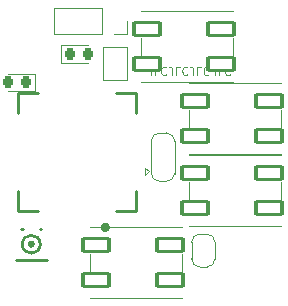
<source format=gbr>
%TF.GenerationSoftware,KiCad,Pcbnew,9.0.5*%
%TF.CreationDate,2025-12-03T22:00:20-08:00*%
%TF.ProjectId,camcontrol,63616d63-6f6e-4747-926f-6c2e6b696361,rev?*%
%TF.SameCoordinates,Original*%
%TF.FileFunction,Legend,Bot*%
%TF.FilePolarity,Positive*%
%FSLAX46Y46*%
G04 Gerber Fmt 4.6, Leading zero omitted, Abs format (unit mm)*
G04 Created by KiCad (PCBNEW 9.0.5) date 2025-12-03 22:00:20*
%MOMM*%
%LPD*%
G01*
G04 APERTURE LIST*
G04 Aperture macros list*
%AMRoundRect*
0 Rectangle with rounded corners*
0 $1 Rounding radius*
0 $2 $3 $4 $5 $6 $7 $8 $9 X,Y pos of 4 corners*
0 Add a 4 corners polygon primitive as box body*
4,1,4,$2,$3,$4,$5,$6,$7,$8,$9,$2,$3,0*
0 Add four circle primitives for the rounded corners*
1,1,$1+$1,$2,$3*
1,1,$1+$1,$4,$5*
1,1,$1+$1,$6,$7*
1,1,$1+$1,$8,$9*
0 Add four rect primitives between the rounded corners*
20,1,$1+$1,$2,$3,$4,$5,0*
20,1,$1+$1,$4,$5,$6,$7,0*
20,1,$1+$1,$6,$7,$8,$9,0*
20,1,$1+$1,$8,$9,$2,$3,0*%
%AMFreePoly0*
4,1,23,0.500000,-0.750000,0.000000,-0.750000,0.000000,-0.745722,-0.065263,-0.745722,-0.191342,-0.711940,-0.304381,-0.646677,-0.396677,-0.554381,-0.461940,-0.441342,-0.495722,-0.315263,-0.495722,-0.250000,-0.500000,-0.250000,-0.500000,0.250000,-0.495722,0.250000,-0.495722,0.315263,-0.461940,0.441342,-0.396677,0.554381,-0.304381,0.646677,-0.191342,0.711940,-0.065263,0.745722,0.000000,0.745722,
0.000000,0.750000,0.500000,0.750000,0.500000,-0.750000,0.500000,-0.750000,$1*%
%AMFreePoly1*
4,1,23,0.000000,0.745722,0.065263,0.745722,0.191342,0.711940,0.304381,0.646677,0.396677,0.554381,0.461940,0.441342,0.495722,0.315263,0.495722,0.250000,0.500000,0.250000,0.500000,-0.250000,0.495722,-0.250000,0.495722,-0.315263,0.461940,-0.441342,0.396677,-0.554381,0.304381,-0.646677,0.191342,-0.711940,0.065263,-0.745722,0.000000,-0.745722,0.000000,-0.750000,-0.500000,-0.750000,
-0.500000,0.750000,0.000000,0.750000,0.000000,0.745722,0.000000,0.745722,$1*%
%AMFreePoly2*
4,1,23,0.000000,0.745722,0.065263,0.745722,0.191342,0.711940,0.304381,0.646677,0.396677,0.554381,0.461940,0.441342,0.495722,0.315263,0.495722,0.250000,0.500000,0.250000,0.500000,-0.250000,0.495722,-0.250000,0.495722,-0.315263,0.461940,-0.441342,0.396677,-0.554381,0.304381,-0.646677,0.191342,-0.711940,0.065263,-0.745722,0.000000,-0.745722,0.000000,-0.750000,-0.550000,-0.750000,
-0.550000,0.750000,0.000000,0.750000,0.000000,0.745722,0.000000,0.745722,$1*%
%AMFreePoly3*
4,1,23,0.550000,-0.750000,0.000000,-0.750000,0.000000,-0.745722,-0.065263,-0.745722,-0.191342,-0.711940,-0.304381,-0.646677,-0.396677,-0.554381,-0.461940,-0.441342,-0.495722,-0.315263,-0.495722,-0.250000,-0.500000,-0.250000,-0.500000,0.250000,-0.495722,0.250000,-0.495722,0.315263,-0.461940,0.441342,-0.396677,0.554381,-0.304381,0.646677,-0.191342,0.711940,-0.065263,0.745722,0.000000,0.745722,
0.000000,0.750000,0.550000,0.750000,0.550000,-0.750000,0.550000,-0.750000,$1*%
G04 Aperture macros list end*
%ADD10C,0.100000*%
%ADD11C,0.120000*%
%ADD12C,0.400000*%
%ADD13C,0.250000*%
%ADD14R,1.350000X1.350000*%
%ADD15C,1.350000*%
%ADD16RoundRect,0.140000X1.110000X0.560000X-1.110000X0.560000X-1.110000X-0.560000X1.110000X-0.560000X0*%
%ADD17R,1.500000X0.800000*%
%ADD18R,0.800000X1.500000*%
%ADD19R,1.050000X2.200000*%
%ADD20R,1.000000X1.050000*%
%ADD21O,1.200000X1.900000*%
%ADD22O,1.200000X1.400000*%
%ADD23C,3.800000*%
%ADD24RoundRect,0.218750X-0.218750X-0.256250X0.218750X-0.256250X0.218750X0.256250X-0.218750X0.256250X0*%
%ADD25FreePoly0,270.000000*%
%ADD26FreePoly1,270.000000*%
%ADD27R,1.500000X1.000000*%
%ADD28RoundRect,0.218750X0.218750X0.256250X-0.218750X0.256250X-0.218750X-0.256250X0.218750X-0.256250X0*%
%ADD29FreePoly2,90.000000*%
%ADD30FreePoly3,90.000000*%
G04 APERTURE END LIST*
D10*
X13767455Y-6251866D02*
X13767455Y-5751866D01*
X13767455Y-5751866D02*
X13734122Y-5651866D01*
X13734122Y-5651866D02*
X13667455Y-5585200D01*
X13667455Y-5585200D02*
X13567455Y-5551866D01*
X13567455Y-5551866D02*
X13500789Y-5551866D01*
X14434122Y-5551866D02*
X14100788Y-5551866D01*
X14100788Y-5551866D02*
X14100788Y-6251866D01*
X15067455Y-5618533D02*
X15034122Y-5585200D01*
X15034122Y-5585200D02*
X14934122Y-5551866D01*
X14934122Y-5551866D02*
X14867455Y-5551866D01*
X14867455Y-5551866D02*
X14767455Y-5585200D01*
X14767455Y-5585200D02*
X14700789Y-5651866D01*
X14700789Y-5651866D02*
X14667455Y-5718533D01*
X14667455Y-5718533D02*
X14634122Y-5851866D01*
X14634122Y-5851866D02*
X14634122Y-5951866D01*
X14634122Y-5951866D02*
X14667455Y-6085200D01*
X14667455Y-6085200D02*
X14700789Y-6151866D01*
X14700789Y-6151866D02*
X14767455Y-6218533D01*
X14767455Y-6218533D02*
X14867455Y-6251866D01*
X14867455Y-6251866D02*
X14934122Y-6251866D01*
X14934122Y-6251866D02*
X15034122Y-6218533D01*
X15034122Y-6218533D02*
X15067455Y-6185200D01*
X15567455Y-6251866D02*
X15567455Y-5751866D01*
X15567455Y-5751866D02*
X15534122Y-5651866D01*
X15534122Y-5651866D02*
X15467455Y-5585200D01*
X15467455Y-5585200D02*
X15367455Y-5551866D01*
X15367455Y-5551866D02*
X15300789Y-5551866D01*
X16234122Y-5551866D02*
X15900788Y-5551866D01*
X15900788Y-5551866D02*
X15900788Y-6251866D01*
X16867455Y-5618533D02*
X16834122Y-5585200D01*
X16834122Y-5585200D02*
X16734122Y-5551866D01*
X16734122Y-5551866D02*
X16667455Y-5551866D01*
X16667455Y-5551866D02*
X16567455Y-5585200D01*
X16567455Y-5585200D02*
X16500789Y-5651866D01*
X16500789Y-5651866D02*
X16467455Y-5718533D01*
X16467455Y-5718533D02*
X16434122Y-5851866D01*
X16434122Y-5851866D02*
X16434122Y-5951866D01*
X16434122Y-5951866D02*
X16467455Y-6085200D01*
X16467455Y-6085200D02*
X16500789Y-6151866D01*
X16500789Y-6151866D02*
X16567455Y-6218533D01*
X16567455Y-6218533D02*
X16667455Y-6251866D01*
X16667455Y-6251866D02*
X16734122Y-6251866D01*
X16734122Y-6251866D02*
X16834122Y-6218533D01*
X16834122Y-6218533D02*
X16867455Y-6185200D01*
X17367455Y-6251866D02*
X17367455Y-5751866D01*
X17367455Y-5751866D02*
X17334122Y-5651866D01*
X17334122Y-5651866D02*
X17267455Y-5585200D01*
X17267455Y-5585200D02*
X17167455Y-5551866D01*
X17167455Y-5551866D02*
X17100789Y-5551866D01*
X18034122Y-5551866D02*
X17700788Y-5551866D01*
X17700788Y-5551866D02*
X17700788Y-6251866D01*
X18667455Y-5618533D02*
X18634122Y-5585200D01*
X18634122Y-5585200D02*
X18534122Y-5551866D01*
X18534122Y-5551866D02*
X18467455Y-5551866D01*
X18467455Y-5551866D02*
X18367455Y-5585200D01*
X18367455Y-5585200D02*
X18300789Y-5651866D01*
X18300789Y-5651866D02*
X18267455Y-5718533D01*
X18267455Y-5718533D02*
X18234122Y-5851866D01*
X18234122Y-5851866D02*
X18234122Y-5951866D01*
X18234122Y-5951866D02*
X18267455Y-6085200D01*
X18267455Y-6085200D02*
X18300789Y-6151866D01*
X18300789Y-6151866D02*
X18367455Y-6218533D01*
X18367455Y-6218533D02*
X18467455Y-6251866D01*
X18467455Y-6251866D02*
X18534122Y-6251866D01*
X18534122Y-6251866D02*
X18634122Y-6218533D01*
X18634122Y-6218533D02*
X18667455Y-6185200D01*
X19167455Y-6251866D02*
X19167455Y-5751866D01*
X19167455Y-5751866D02*
X19134122Y-5651866D01*
X19134122Y-5651866D02*
X19067455Y-5585200D01*
X19067455Y-5585200D02*
X18967455Y-5551866D01*
X18967455Y-5551866D02*
X18900789Y-5551866D01*
X19834122Y-5551866D02*
X19500788Y-5551866D01*
X19500788Y-5551866D02*
X19500788Y-6251866D01*
X20467455Y-5618533D02*
X20434122Y-5585200D01*
X20434122Y-5585200D02*
X20334122Y-5551866D01*
X20334122Y-5551866D02*
X20267455Y-5551866D01*
X20267455Y-5551866D02*
X20167455Y-5585200D01*
X20167455Y-5585200D02*
X20100789Y-5651866D01*
X20100789Y-5651866D02*
X20067455Y-5718533D01*
X20067455Y-5718533D02*
X20034122Y-5851866D01*
X20034122Y-5851866D02*
X20034122Y-5951866D01*
X20034122Y-5951866D02*
X20067455Y-6085200D01*
X20067455Y-6085200D02*
X20100789Y-6151866D01*
X20100789Y-6151866D02*
X20167455Y-6218533D01*
X20167455Y-6218533D02*
X20267455Y-6251866D01*
X20267455Y-6251866D02*
X20334122Y-6251866D01*
X20334122Y-6251866D02*
X20434122Y-6218533D01*
X20434122Y-6218533D02*
X20467455Y-6185200D01*
D11*
%TO.C,J8*%
X11756800Y-2772800D02*
X11756800Y-1662800D01*
X10646800Y-2772800D02*
X11756800Y-2772800D01*
X9646800Y-2772800D02*
X5536800Y-2772800D01*
X9646800Y-2772800D02*
X9646800Y-552800D01*
X5536800Y-2772800D02*
X5536800Y-552800D01*
X9646800Y-552800D02*
X5536800Y-552800D01*
D10*
%TO.C,J4*%
X16999800Y-10706800D02*
X16999800Y-9206800D01*
X24749800Y-12956800D02*
X16999800Y-12956800D01*
X24749800Y-9206800D02*
X24749800Y-10706800D01*
X24749800Y-6956800D02*
X16999800Y-6956800D01*
%TO.C,J7*%
X12935800Y-4610800D02*
X12935800Y-3110800D01*
X20685800Y-6860800D02*
X12935800Y-6860800D01*
X20685800Y-3110800D02*
X20685800Y-4610800D01*
X20685800Y-860800D02*
X12935800Y-860800D01*
%TO.C,J3*%
X24749800Y-13052800D02*
X16999800Y-13052800D01*
X24749800Y-15302800D02*
X24749800Y-16802800D01*
X24749800Y-19052800D02*
X16999800Y-19052800D01*
X16999800Y-16802800D02*
X16999800Y-15302800D01*
D12*
%TO.C,U1*%
X10106800Y-19162800D02*
G75*
G02*
X9706800Y-19162800I-200000J0D01*
G01*
X9706800Y-19162800D02*
G75*
G02*
X10106800Y-19162800I200000J0D01*
G01*
D13*
X12496800Y-9512800D02*
X12496800Y-7812800D01*
X10796800Y-7812800D02*
X12496800Y-7812800D01*
X10796800Y-17812800D02*
X12496800Y-17812800D01*
X12496800Y-16112800D02*
X12496800Y-17812800D01*
X4196800Y-7812800D02*
X2496800Y-7812800D01*
X2496800Y-9512800D02*
X2496800Y-7812800D01*
X2496800Y-16112800D02*
X2496800Y-17812800D01*
X4196800Y-17812800D02*
X2496800Y-17812800D01*
%TO.C,AE1*%
X3826800Y-20587800D02*
G75*
G02*
X3466800Y-20587800I-180000J0D01*
G01*
X3466800Y-20587800D02*
G75*
G02*
X3826800Y-20587800I180000J0D01*
G01*
X4406800Y-20587800D02*
G75*
G02*
X2886800Y-20587800I-760000J0D01*
G01*
X2886800Y-20587800D02*
G75*
G02*
X4406800Y-20587800I760000J0D01*
G01*
X4376800Y-19287800D02*
X4506800Y-19287800D01*
X2786800Y-19287800D02*
X2916800Y-19287800D01*
X2346800Y-21887800D02*
X4946800Y-21887800D01*
D11*
%TO.C,D1*%
X6185800Y-5230800D02*
X6185800Y-3760800D01*
X6185800Y-3760800D02*
X8470800Y-3760800D01*
X8470800Y-5230800D02*
X6185800Y-5230800D01*
%TO.C,J6*%
X18511800Y-19717800D02*
X17911800Y-19717800D01*
X17211800Y-20417800D02*
X17211800Y-21817800D01*
X19211800Y-21817800D02*
X19211800Y-20417800D01*
X17911800Y-22517800D02*
X18511800Y-22517800D01*
X17211800Y-20417800D02*
G75*
G02*
X17911800Y-19717800I699999J1D01*
G01*
X18511800Y-19717800D02*
G75*
G02*
X19211800Y-20417800I1J-699999D01*
G01*
X17911800Y-22517800D02*
G75*
G02*
X17211800Y-21817800I0J700000D01*
G01*
X19211800Y-21817800D02*
G75*
G02*
X18511800Y-22517800I-700000J0D01*
G01*
%TO.C,J5*%
X11746800Y-6662800D02*
X11746800Y-3862800D01*
X9746800Y-6662800D02*
X11746800Y-6662800D01*
X11746800Y-3862800D02*
X9746800Y-3862800D01*
X9746800Y-3862800D02*
X9746800Y-6662800D01*
%TO.C,D3*%
X3923400Y-6148400D02*
X3923400Y-7618400D01*
X3923400Y-7618400D02*
X1638400Y-7618400D01*
X1638400Y-6148400D02*
X3923400Y-6148400D01*
D10*
%TO.C,J1*%
X8617800Y-22898800D02*
X8617800Y-21398800D01*
X16367800Y-25148800D02*
X8617800Y-25148800D01*
X16367800Y-21398800D02*
X16367800Y-22898800D01*
X16367800Y-19148800D02*
X8617800Y-19148800D01*
D11*
%TO.C,JP1*%
X13789300Y-11862800D02*
G75*
G02*
X14489300Y-11162800I700000J0D01*
G01*
X15089300Y-11162800D02*
G75*
G02*
X15789300Y-11862800I0J-700000D01*
G01*
X14489300Y-15262800D02*
G75*
G02*
X13789300Y-14562800I-1J699999D01*
G01*
X15789300Y-14562800D02*
G75*
G02*
X15089300Y-15262800I-699999J-1D01*
G01*
X15089300Y-11162800D02*
X14489300Y-11162800D01*
X13789300Y-11812800D02*
X13789300Y-14612800D01*
X13589300Y-14412800D02*
X13289300Y-14112800D01*
X13589300Y-14412800D02*
X13289300Y-14712800D01*
X15789300Y-14612800D02*
X15789300Y-11812800D01*
X13289300Y-14712800D02*
X13289300Y-14112800D01*
X14489300Y-15262800D02*
X15089300Y-15262800D01*
%TD*%
%LPC*%
%TO.C,J6*%
G36*
X17461800Y-20967800D02*
G01*
X18961800Y-20967800D01*
X18961800Y-21267800D01*
X17461800Y-21267800D01*
X17461800Y-20967800D01*
G37*
%TO.C,J5*%
G36*
X11496800Y-5412800D02*
G01*
X9996800Y-5412800D01*
X9996800Y-5112800D01*
X11496800Y-5112800D01*
X11496800Y-5412800D01*
G37*
%TO.C,JP1*%
G36*
X15539300Y-13962800D02*
G01*
X14039300Y-13962800D01*
X14039300Y-12462800D01*
X15539300Y-12462800D01*
X15539300Y-13962800D01*
G37*
%TD*%
D14*
%TO.C,J8*%
X10646800Y-1662800D03*
D15*
X8646800Y-1662800D03*
X6646800Y-1662800D03*
%TD*%
D16*
%TO.C,J4*%
X17499800Y-8456800D03*
X23749800Y-8456800D03*
X17499800Y-11456800D03*
X23749800Y-11456800D03*
%TD*%
%TO.C,J7*%
X13435800Y-2360800D03*
X19685800Y-2360800D03*
X13435800Y-5360800D03*
X19685800Y-5360800D03*
%TD*%
%TO.C,J3*%
X23749800Y-17552800D03*
X17499800Y-17552800D03*
X23749800Y-14552800D03*
X17499800Y-14552800D03*
%TD*%
D17*
%TO.C,U1*%
X12496800Y-15352800D03*
X12496800Y-14082800D03*
X12496800Y-12812800D03*
X12496800Y-11542800D03*
X12496800Y-10272800D03*
D18*
X10036800Y-7812800D03*
X8766800Y-7812800D03*
X7496800Y-7812800D03*
X6226800Y-7812800D03*
X4956800Y-7812800D03*
D17*
X2496800Y-10272800D03*
X2496800Y-11542800D03*
X2496800Y-12812800D03*
X2496800Y-14082800D03*
X2496800Y-15352800D03*
D18*
X4956800Y-17812800D03*
X6226800Y-17812800D03*
X7496800Y-17812800D03*
X8766800Y-17812800D03*
X10036800Y-17812800D03*
%TD*%
D19*
%TO.C,AE1*%
X5146800Y-20587800D03*
X2146800Y-20587800D03*
D20*
X3646800Y-19087800D03*
%TD*%
D21*
%TO.C,J2*%
X12646800Y-23010300D03*
X5446800Y-23010300D03*
D22*
X6626800Y-20110300D03*
X11466800Y-20110300D03*
%TD*%
D23*
%TO.C,H2*%
X21400000Y-21400000D03*
%TD*%
%TO.C,H1*%
X4000000Y-4000000D03*
%TD*%
D24*
%TO.C,D1*%
X6883300Y-4495800D03*
X8458300Y-4495800D03*
%TD*%
D25*
%TO.C,J6*%
X18211800Y-20467800D03*
D26*
X18211800Y-21767800D03*
%TD*%
D27*
%TO.C,J5*%
X10746800Y-5912800D03*
X10746800Y-4612800D03*
%TD*%
D28*
%TO.C,D3*%
X3225900Y-6883400D03*
X1650900Y-6883400D03*
%TD*%
D16*
%TO.C,J1*%
X9117800Y-20648800D03*
X15367800Y-20648800D03*
X9117800Y-23648800D03*
X15367800Y-23648800D03*
%TD*%
D29*
%TO.C,JP1*%
X14789300Y-11912800D03*
D27*
X14789300Y-13212800D03*
D30*
X14789300Y-14512800D03*
%TD*%
%LPD*%
M02*

</source>
